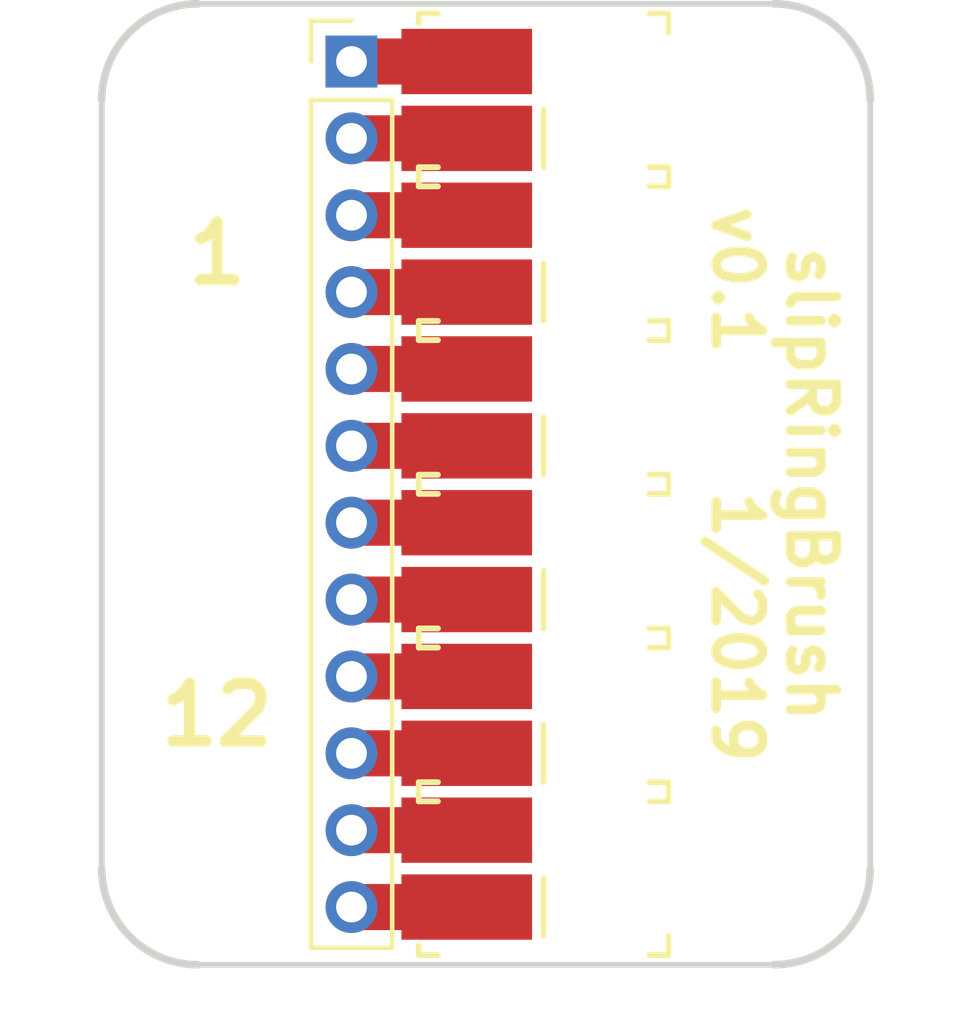
<source format=kicad_pcb>
(kicad_pcb (version 20171130) (host pcbnew 5.0.2-bee76a0~70~ubuntu18.04.1)

  (general
    (thickness 1.6)
    (drawings 11)
    (tracks 12)
    (zones 0)
    (modules 11)
    (nets 13)
  )

  (page A4)
  (layers
    (0 F.Cu signal)
    (31 B.Cu signal)
    (32 B.Adhes user)
    (33 F.Adhes user)
    (34 B.Paste user)
    (35 F.Paste user)
    (36 B.SilkS user)
    (37 F.SilkS user)
    (38 B.Mask user)
    (39 F.Mask user)
    (40 Dwgs.User user)
    (41 Cmts.User user)
    (42 Eco1.User user)
    (43 Eco2.User user)
    (44 Edge.Cuts user)
    (45 Margin user)
    (46 B.CrtYd user)
    (47 F.CrtYd user)
    (48 B.Fab user)
    (49 F.Fab user)
  )

  (setup
    (last_trace_width 1.2)
    (user_trace_width 1.2)
    (trace_clearance 0.2)
    (zone_clearance 0.508)
    (zone_45_only no)
    (trace_min 0.2)
    (segment_width 0.2)
    (edge_width 0.15)
    (via_size 0.8)
    (via_drill 0.4)
    (via_min_size 0.4)
    (via_min_drill 0.3)
    (uvia_size 0.3)
    (uvia_drill 0.1)
    (uvias_allowed no)
    (uvia_min_size 0.2)
    (uvia_min_drill 0.1)
    (pcb_text_width 0.3)
    (pcb_text_size 1.5 1.5)
    (mod_edge_width 0.15)
    (mod_text_size 1 1)
    (mod_text_width 0.15)
    (pad_size 1.524 1.524)
    (pad_drill 0.762)
    (pad_to_mask_clearance 0.051)
    (solder_mask_min_width 0.25)
    (aux_axis_origin 0 0)
    (visible_elements FFFFFF7F)
    (pcbplotparams
      (layerselection 0x010fc_ffffffff)
      (usegerberextensions false)
      (usegerberattributes false)
      (usegerberadvancedattributes false)
      (creategerberjobfile false)
      (excludeedgelayer true)
      (linewidth 0.100000)
      (plotframeref false)
      (viasonmask false)
      (mode 1)
      (useauxorigin false)
      (hpglpennumber 1)
      (hpglpenspeed 20)
      (hpglpendiameter 15.000000)
      (psnegative false)
      (psa4output false)
      (plotreference true)
      (plotvalue true)
      (plotinvisibletext false)
      (padsonsilk false)
      (subtractmaskfromsilk false)
      (outputformat 1)
      (mirror false)
      (drillshape 1)
      (scaleselection 1)
      (outputdirectory ""))
  )

  (net 0 "")
  (net 1 "Net-(J1-Pad11)")
  (net 2 "Net-(J1-Pad12)")
  (net 3 "Net-(J1-Pad10)")
  (net 4 "Net-(J1-Pad9)")
  (net 5 "Net-(J1-Pad7)")
  (net 6 "Net-(J1-Pad8)")
  (net 7 "Net-(J1-Pad6)")
  (net 8 "Net-(J1-Pad5)")
  (net 9 "Net-(J1-Pad3)")
  (net 10 "Net-(J1-Pad4)")
  (net 11 "Net-(J1-Pad2)")
  (net 12 "Net-(J1-Pad1)")

  (net_class Default "This is the default net class."
    (clearance 0.2)
    (trace_width 0.25)
    (via_dia 0.8)
    (via_drill 0.4)
    (uvia_dia 0.3)
    (uvia_drill 0.1)
    (add_net "Net-(J1-Pad1)")
    (add_net "Net-(J1-Pad10)")
    (add_net "Net-(J1-Pad11)")
    (add_net "Net-(J1-Pad12)")
    (add_net "Net-(J1-Pad2)")
    (add_net "Net-(J1-Pad3)")
    (add_net "Net-(J1-Pad4)")
    (add_net "Net-(J1-Pad5)")
    (add_net "Net-(J1-Pad6)")
    (add_net "Net-(J1-Pad7)")
    (add_net "Net-(J1-Pad8)")
    (add_net "Net-(J1-Pad9)")
  )

  (module Connector_PinHeader_2.00mm:PinHeader_1x12_P2.00mm_Vertical (layer F.Cu) (tedit 5C470FC4) (tstamp 5C490B90)
    (at 130 90)
    (descr "Through hole straight pin header, 1x12, 2.00mm pitch, single row")
    (tags "Through hole pin header THT 1x12 2.00mm single row")
    (path /5C470EF7)
    (fp_text reference J1 (at 0 -2.06) (layer F.SilkS) hide
      (effects (font (size 1 1) (thickness 0.15)))
    )
    (fp_text value Conn_01x12_Female (at 0 24.06) (layer F.Fab)
      (effects (font (size 1 1) (thickness 0.15)))
    )
    (fp_text user %R (at 0 11 90) (layer F.Fab)
      (effects (font (size 1 1) (thickness 0.15)))
    )
    (fp_line (start 1.5 -1.5) (end -1.5 -1.5) (layer F.CrtYd) (width 0.05))
    (fp_line (start 1.5 23.5) (end 1.5 -1.5) (layer F.CrtYd) (width 0.05))
    (fp_line (start -1.5 23.5) (end 1.5 23.5) (layer F.CrtYd) (width 0.05))
    (fp_line (start -1.5 -1.5) (end -1.5 23.5) (layer F.CrtYd) (width 0.05))
    (fp_line (start -1.06 -1.06) (end 0 -1.06) (layer F.SilkS) (width 0.12))
    (fp_line (start -1.06 0) (end -1.06 -1.06) (layer F.SilkS) (width 0.12))
    (fp_line (start -1.06 1) (end 1.06 1) (layer F.SilkS) (width 0.12))
    (fp_line (start 1.06 1) (end 1.06 23.06) (layer F.SilkS) (width 0.12))
    (fp_line (start -1.06 1) (end -1.06 23.06) (layer F.SilkS) (width 0.12))
    (fp_line (start -1.06 23.06) (end 1.06 23.06) (layer F.SilkS) (width 0.12))
    (fp_line (start -1 -0.5) (end -0.5 -1) (layer F.Fab) (width 0.1))
    (fp_line (start -1 23) (end -1 -0.5) (layer F.Fab) (width 0.1))
    (fp_line (start 1 23) (end -1 23) (layer F.Fab) (width 0.1))
    (fp_line (start 1 -1) (end 1 23) (layer F.Fab) (width 0.1))
    (fp_line (start -0.5 -1) (end 1 -1) (layer F.Fab) (width 0.1))
    (pad 12 thru_hole oval (at 0 22) (size 1.35 1.35) (drill 0.8) (layers *.Cu *.Mask)
      (net 2 "Net-(J1-Pad12)"))
    (pad 11 thru_hole oval (at 0 20) (size 1.35 1.35) (drill 0.8) (layers *.Cu *.Mask)
      (net 1 "Net-(J1-Pad11)"))
    (pad 10 thru_hole oval (at 0 18) (size 1.35 1.35) (drill 0.8) (layers *.Cu *.Mask)
      (net 3 "Net-(J1-Pad10)"))
    (pad 9 thru_hole oval (at 0 16) (size 1.35 1.35) (drill 0.8) (layers *.Cu *.Mask)
      (net 4 "Net-(J1-Pad9)"))
    (pad 8 thru_hole oval (at 0 14) (size 1.35 1.35) (drill 0.8) (layers *.Cu *.Mask)
      (net 6 "Net-(J1-Pad8)"))
    (pad 7 thru_hole oval (at 0 12) (size 1.35 1.35) (drill 0.8) (layers *.Cu *.Mask)
      (net 5 "Net-(J1-Pad7)"))
    (pad 6 thru_hole oval (at 0 10) (size 1.35 1.35) (drill 0.8) (layers *.Cu *.Mask)
      (net 7 "Net-(J1-Pad6)"))
    (pad 5 thru_hole oval (at 0 8) (size 1.35 1.35) (drill 0.8) (layers *.Cu *.Mask)
      (net 8 "Net-(J1-Pad5)"))
    (pad 4 thru_hole oval (at 0 6) (size 1.35 1.35) (drill 0.8) (layers *.Cu *.Mask)
      (net 10 "Net-(J1-Pad4)"))
    (pad 3 thru_hole oval (at 0 4) (size 1.35 1.35) (drill 0.8) (layers *.Cu *.Mask)
      (net 9 "Net-(J1-Pad3)"))
    (pad 2 thru_hole oval (at 0 2) (size 1.35 1.35) (drill 0.8) (layers *.Cu *.Mask)
      (net 11 "Net-(J1-Pad2)"))
    (pad 1 thru_hole rect (at 0 0) (size 1.35 1.35) (drill 0.8) (layers *.Cu *.Mask)
      (net 12 "Net-(J1-Pad1)"))
    (model ${KISYS3DMOD}/Connector_PinHeader_2.00mm.3dshapes/PinHeader_1x12_P2.00mm_Vertical.wrl
      (at (xyz 0 0 0))
      (scale (xyz 1 1 1))
      (rotate (xyz 0 0 0))
    )
  )

  (module MountingHole:MountingHole_2.2mm_M2 (layer F.Cu) (tedit 5C470FD2) (tstamp 5C490B70)
    (at 141 111)
    (descr "Mounting Hole 2.2mm, no annular, M2")
    (tags "mounting hole 2.2mm no annular m2")
    (path /5C4711BD)
    (attr virtual)
    (fp_text reference H4 (at 0 -3.2) (layer F.SilkS) hide
      (effects (font (size 1 1) (thickness 0.15)))
    )
    (fp_text value MountingHole (at 0 3.2) (layer F.Fab)
      (effects (font (size 1 1) (thickness 0.15)))
    )
    (fp_circle (center 0 0) (end 2.45 0) (layer F.CrtYd) (width 0.05))
    (fp_circle (center 0 0) (end 2.2 0) (layer Cmts.User) (width 0.15))
    (fp_text user %R (at 0.3 0) (layer F.Fab)
      (effects (font (size 1 1) (thickness 0.15)))
    )
    (pad 1 np_thru_hole circle (at 0 0) (size 2.2 2.2) (drill 2.2) (layers *.Cu *.Mask))
  )

  (module MountingHole:MountingHole_2.2mm_M2 (layer F.Cu) (tedit 5C470FC0) (tstamp 5C490B68)
    (at 141 91)
    (descr "Mounting Hole 2.2mm, no annular, M2")
    (tags "mounting hole 2.2mm no annular m2")
    (path /5C47116B)
    (attr virtual)
    (fp_text reference H3 (at 0 -3.2) (layer F.SilkS) hide
      (effects (font (size 1 1) (thickness 0.15)))
    )
    (fp_text value MountingHole (at 0 3.2) (layer F.Fab)
      (effects (font (size 1 1) (thickness 0.15)))
    )
    (fp_circle (center 0 0) (end 2.45 0) (layer F.CrtYd) (width 0.05))
    (fp_circle (center 0 0) (end 2.2 0) (layer Cmts.User) (width 0.15))
    (fp_text user %R (at 0.3 0) (layer F.Fab)
      (effects (font (size 1 1) (thickness 0.15)))
    )
    (pad 1 np_thru_hole circle (at 0 0) (size 2.2 2.2) (drill 2.2) (layers *.Cu *.Mask))
  )

  (module MountingHole:MountingHole_2.2mm_M2 (layer F.Cu) (tedit 5C470FCD) (tstamp 5C490B60)
    (at 126 111)
    (descr "Mounting Hole 2.2mm, no annular, M2")
    (tags "mounting hole 2.2mm no annular m2")
    (path /5C471145)
    (attr virtual)
    (fp_text reference H2 (at 0 -3.2) (layer F.SilkS) hide
      (effects (font (size 1 1) (thickness 0.15)))
    )
    (fp_text value MountingHole (at 0 3.2) (layer F.Fab)
      (effects (font (size 1 1) (thickness 0.15)))
    )
    (fp_circle (center 0 0) (end 2.45 0) (layer F.CrtYd) (width 0.05))
    (fp_circle (center 0 0) (end 2.2 0) (layer Cmts.User) (width 0.15))
    (fp_text user %R (at 0.3 0) (layer F.Fab)
      (effects (font (size 1 1) (thickness 0.15)))
    )
    (pad 1 np_thru_hole circle (at 0 0) (size 2.2 2.2) (drill 2.2) (layers *.Cu *.Mask))
  )

  (module MountingHole:MountingHole_2.2mm_M2 (layer F.Cu) (tedit 5C470FC8) (tstamp 5C490B58)
    (at 126 91)
    (descr "Mounting Hole 2.2mm, no annular, M2")
    (tags "mounting hole 2.2mm no annular m2")
    (path /5C4710E7)
    (attr virtual)
    (fp_text reference H1 (at 0 -3.2) (layer F.SilkS) hide
      (effects (font (size 1 1) (thickness 0.15)))
    )
    (fp_text value MountingHole (at 0 3.2) (layer F.Fab)
      (effects (font (size 1 1) (thickness 0.15)))
    )
    (fp_circle (center 0 0) (end 2.45 0) (layer F.CrtYd) (width 0.05))
    (fp_circle (center 0 0) (end 2.2 0) (layer Cmts.User) (width 0.15))
    (fp_text user %R (at 0.3 0) (layer F.Fab)
      (effects (font (size 1 1) (thickness 0.15)))
    )
    (pad 1 np_thru_hole circle (at 0 0) (size 2.2 2.2) (drill 2.2) (layers *.Cu *.Mask))
  )

  (module rofi:BC-12-2P170 (layer F.Cu) (tedit 5C470FB0) (tstamp 5C490B50)
    (at 135 91 180)
    (path /5C470E10)
    (fp_text reference J7 (at 0 3 180) (layer F.SilkS) hide
      (effects (font (size 1 1) (thickness 0.15)))
    )
    (fp_text value Conn_01x02_Male (at 0 -3 180) (layer F.Fab)
      (effects (font (size 1 1) (thickness 0.15)))
    )
    (fp_line (start 3.25 2.25) (end 3.25 2) (layer F.SilkS) (width 0.15))
    (fp_line (start 2.75 2.25) (end 3.25 2.25) (layer F.SilkS) (width 0.15))
    (fp_line (start 3.25 -2.25) (end 3.25 -2) (layer F.SilkS) (width 0.15))
    (fp_line (start 2.75 -2.25) (end 3.25 -2.25) (layer F.SilkS) (width 0.15))
    (fp_line (start -3.25 2.25) (end -2.75 2.25) (layer F.SilkS) (width 0.15))
    (fp_line (start -3.25 1.75) (end -3.25 2.25) (layer F.SilkS) (width 0.15))
    (fp_line (start -3.25 -2.25) (end -3.25 -1.75) (layer F.SilkS) (width 0.15))
    (fp_line (start -2.75 -2.25) (end -3.25 -2.25) (layer F.SilkS) (width 0.15))
    (fp_line (start 0 -0.25) (end 0 -1.75) (layer F.SilkS) (width 0.15))
    (fp_line (start -3 2) (end 3 2) (layer F.Fab) (width 0.15))
    (fp_line (start 3 -2) (end 3 2) (layer F.Fab) (width 0.15))
    (fp_line (start -3 -2) (end 3 -2) (layer F.Fab) (width 0.15))
    (fp_line (start -3 2) (end -3 -2) (layer F.Fab) (width 0.15))
    (pad 2 smd rect (at 2 1 180) (size 3.4 1.7) (layers F.Cu F.Paste F.Mask)
      (net 12 "Net-(J1-Pad1)"))
    (pad 1 smd rect (at 2 -1 180) (size 3.4 1.7) (layers F.Cu F.Paste F.Mask)
      (net 11 "Net-(J1-Pad2)"))
  )

  (module rofi:BC-12-2P170 (layer F.Cu) (tedit 5C470FB3) (tstamp 5C490B42)
    (at 135 95 180)
    (path /5C470DEE)
    (fp_text reference J6 (at 0 3 180) (layer F.SilkS) hide
      (effects (font (size 1 1) (thickness 0.15)))
    )
    (fp_text value Conn_01x02_Male (at 0 -3 180) (layer F.Fab)
      (effects (font (size 1 1) (thickness 0.15)))
    )
    (fp_line (start 3.25 2.25) (end 3.25 2) (layer F.SilkS) (width 0.15))
    (fp_line (start 2.75 2.25) (end 3.25 2.25) (layer F.SilkS) (width 0.15))
    (fp_line (start 3.25 -2.25) (end 3.25 -2) (layer F.SilkS) (width 0.15))
    (fp_line (start 2.75 -2.25) (end 3.25 -2.25) (layer F.SilkS) (width 0.15))
    (fp_line (start -3.25 2.25) (end -2.75 2.25) (layer F.SilkS) (width 0.15))
    (fp_line (start -3.25 1.75) (end -3.25 2.25) (layer F.SilkS) (width 0.15))
    (fp_line (start -3.25 -2.25) (end -3.25 -1.75) (layer F.SilkS) (width 0.15))
    (fp_line (start -2.75 -2.25) (end -3.25 -2.25) (layer F.SilkS) (width 0.15))
    (fp_line (start 0 -0.25) (end 0 -1.75) (layer F.SilkS) (width 0.15))
    (fp_line (start -3 2) (end 3 2) (layer F.Fab) (width 0.15))
    (fp_line (start 3 -2) (end 3 2) (layer F.Fab) (width 0.15))
    (fp_line (start -3 -2) (end 3 -2) (layer F.Fab) (width 0.15))
    (fp_line (start -3 2) (end -3 -2) (layer F.Fab) (width 0.15))
    (pad 2 smd rect (at 2 1 180) (size 3.4 1.7) (layers F.Cu F.Paste F.Mask)
      (net 9 "Net-(J1-Pad3)"))
    (pad 1 smd rect (at 2 -1 180) (size 3.4 1.7) (layers F.Cu F.Paste F.Mask)
      (net 10 "Net-(J1-Pad4)"))
  )

  (module rofi:BC-12-2P170 (layer F.Cu) (tedit 5C470FB6) (tstamp 5C490B34)
    (at 135 99 180)
    (path /5C470DCA)
    (fp_text reference J5 (at 0 3 180) (layer F.SilkS) hide
      (effects (font (size 1 1) (thickness 0.15)))
    )
    (fp_text value Conn_01x02_Male (at 0 -3 180) (layer F.Fab)
      (effects (font (size 1 1) (thickness 0.15)))
    )
    (fp_line (start 3.25 2.25) (end 3.25 2) (layer F.SilkS) (width 0.15))
    (fp_line (start 2.75 2.25) (end 3.25 2.25) (layer F.SilkS) (width 0.15))
    (fp_line (start 3.25 -2.25) (end 3.25 -2) (layer F.SilkS) (width 0.15))
    (fp_line (start 2.75 -2.25) (end 3.25 -2.25) (layer F.SilkS) (width 0.15))
    (fp_line (start -3.25 2.25) (end -2.75 2.25) (layer F.SilkS) (width 0.15))
    (fp_line (start -3.25 1.75) (end -3.25 2.25) (layer F.SilkS) (width 0.15))
    (fp_line (start -3.25 -2.25) (end -3.25 -1.75) (layer F.SilkS) (width 0.15))
    (fp_line (start -2.75 -2.25) (end -3.25 -2.25) (layer F.SilkS) (width 0.15))
    (fp_line (start 0 -0.25) (end 0 -1.75) (layer F.SilkS) (width 0.15))
    (fp_line (start -3 2) (end 3 2) (layer F.Fab) (width 0.15))
    (fp_line (start 3 -2) (end 3 2) (layer F.Fab) (width 0.15))
    (fp_line (start -3 -2) (end 3 -2) (layer F.Fab) (width 0.15))
    (fp_line (start -3 2) (end -3 -2) (layer F.Fab) (width 0.15))
    (pad 2 smd rect (at 2 1 180) (size 3.4 1.7) (layers F.Cu F.Paste F.Mask)
      (net 8 "Net-(J1-Pad5)"))
    (pad 1 smd rect (at 2 -1 180) (size 3.4 1.7) (layers F.Cu F.Paste F.Mask)
      (net 7 "Net-(J1-Pad6)"))
  )

  (module rofi:BC-12-2P170 (layer F.Cu) (tedit 5C470FB9) (tstamp 5C490B26)
    (at 135 103 180)
    (path /5C470DB0)
    (fp_text reference J4 (at 0 3 180) (layer F.SilkS) hide
      (effects (font (size 1 1) (thickness 0.15)))
    )
    (fp_text value Conn_01x02_Male (at 0 -3 180) (layer F.Fab)
      (effects (font (size 1 1) (thickness 0.15)))
    )
    (fp_line (start 3.25 2.25) (end 3.25 2) (layer F.SilkS) (width 0.15))
    (fp_line (start 2.75 2.25) (end 3.25 2.25) (layer F.SilkS) (width 0.15))
    (fp_line (start 3.25 -2.25) (end 3.25 -2) (layer F.SilkS) (width 0.15))
    (fp_line (start 2.75 -2.25) (end 3.25 -2.25) (layer F.SilkS) (width 0.15))
    (fp_line (start -3.25 2.25) (end -2.75 2.25) (layer F.SilkS) (width 0.15))
    (fp_line (start -3.25 1.75) (end -3.25 2.25) (layer F.SilkS) (width 0.15))
    (fp_line (start -3.25 -2.25) (end -3.25 -1.75) (layer F.SilkS) (width 0.15))
    (fp_line (start -2.75 -2.25) (end -3.25 -2.25) (layer F.SilkS) (width 0.15))
    (fp_line (start 0 -0.25) (end 0 -1.75) (layer F.SilkS) (width 0.15))
    (fp_line (start -3 2) (end 3 2) (layer F.Fab) (width 0.15))
    (fp_line (start 3 -2) (end 3 2) (layer F.Fab) (width 0.15))
    (fp_line (start -3 -2) (end 3 -2) (layer F.Fab) (width 0.15))
    (fp_line (start -3 2) (end -3 -2) (layer F.Fab) (width 0.15))
    (pad 2 smd rect (at 2 1 180) (size 3.4 1.7) (layers F.Cu F.Paste F.Mask)
      (net 5 "Net-(J1-Pad7)"))
    (pad 1 smd rect (at 2 -1 180) (size 3.4 1.7) (layers F.Cu F.Paste F.Mask)
      (net 6 "Net-(J1-Pad8)"))
  )

  (module rofi:BC-12-2P170 (layer F.Cu) (tedit 5C470FBC) (tstamp 5C490B18)
    (at 135 107 180)
    (path /5C470D88)
    (fp_text reference J3 (at 0 3 180) (layer F.SilkS) hide
      (effects (font (size 1 1) (thickness 0.15)))
    )
    (fp_text value Conn_01x02_Male (at 0 -3 180) (layer F.Fab)
      (effects (font (size 1 1) (thickness 0.15)))
    )
    (fp_line (start 3.25 2.25) (end 3.25 2) (layer F.SilkS) (width 0.15))
    (fp_line (start 2.75 2.25) (end 3.25 2.25) (layer F.SilkS) (width 0.15))
    (fp_line (start 3.25 -2.25) (end 3.25 -2) (layer F.SilkS) (width 0.15))
    (fp_line (start 2.75 -2.25) (end 3.25 -2.25) (layer F.SilkS) (width 0.15))
    (fp_line (start -3.25 2.25) (end -2.75 2.25) (layer F.SilkS) (width 0.15))
    (fp_line (start -3.25 1.75) (end -3.25 2.25) (layer F.SilkS) (width 0.15))
    (fp_line (start -3.25 -2.25) (end -3.25 -1.75) (layer F.SilkS) (width 0.15))
    (fp_line (start -2.75 -2.25) (end -3.25 -2.25) (layer F.SilkS) (width 0.15))
    (fp_line (start 0 -0.25) (end 0 -1.75) (layer F.SilkS) (width 0.15))
    (fp_line (start -3 2) (end 3 2) (layer F.Fab) (width 0.15))
    (fp_line (start 3 -2) (end 3 2) (layer F.Fab) (width 0.15))
    (fp_line (start -3 -2) (end 3 -2) (layer F.Fab) (width 0.15))
    (fp_line (start -3 2) (end -3 -2) (layer F.Fab) (width 0.15))
    (pad 2 smd rect (at 2 1 180) (size 3.4 1.7) (layers F.Cu F.Paste F.Mask)
      (net 4 "Net-(J1-Pad9)"))
    (pad 1 smd rect (at 2 -1 180) (size 3.4 1.7) (layers F.Cu F.Paste F.Mask)
      (net 3 "Net-(J1-Pad10)"))
  )

  (module rofi:BC-12-2P170 (layer F.Cu) (tedit 5C470FD7) (tstamp 5C490B0A)
    (at 135 111 180)
    (path /5C470D16)
    (fp_text reference J2 (at 0 3 180) (layer F.SilkS) hide
      (effects (font (size 1 1) (thickness 0.15)))
    )
    (fp_text value Conn_01x02_Male (at 0 -3 180) (layer F.Fab)
      (effects (font (size 1 1) (thickness 0.15)))
    )
    (fp_line (start 3.25 2.25) (end 3.25 2) (layer F.SilkS) (width 0.15))
    (fp_line (start 2.75 2.25) (end 3.25 2.25) (layer F.SilkS) (width 0.15))
    (fp_line (start 3.25 -2.25) (end 3.25 -2) (layer F.SilkS) (width 0.15))
    (fp_line (start 2.75 -2.25) (end 3.25 -2.25) (layer F.SilkS) (width 0.15))
    (fp_line (start -3.25 2.25) (end -2.75 2.25) (layer F.SilkS) (width 0.15))
    (fp_line (start -3.25 1.75) (end -3.25 2.25) (layer F.SilkS) (width 0.15))
    (fp_line (start -3.25 -2.25) (end -3.25 -1.75) (layer F.SilkS) (width 0.15))
    (fp_line (start -2.75 -2.25) (end -3.25 -2.25) (layer F.SilkS) (width 0.15))
    (fp_line (start 0 -0.25) (end 0 -1.75) (layer F.SilkS) (width 0.15))
    (fp_line (start -3 2) (end 3 2) (layer F.Fab) (width 0.15))
    (fp_line (start 3 -2) (end 3 2) (layer F.Fab) (width 0.15))
    (fp_line (start -3 -2) (end 3 -2) (layer F.Fab) (width 0.15))
    (fp_line (start -3 2) (end -3 -2) (layer F.Fab) (width 0.15))
    (pad 2 smd rect (at 2 1 180) (size 3.4 1.7) (layers F.Cu F.Paste F.Mask)
      (net 1 "Net-(J1-Pad11)"))
    (pad 1 smd rect (at 2 -1 180) (size 3.4 1.7) (layers F.Cu F.Paste F.Mask)
      (net 2 "Net-(J1-Pad12)"))
  )

  (gr_text "slipRingBrush\nv0.1    1/2019" (at 141 101 270) (layer F.SilkS)
    (effects (font (size 1.2 1.2) (thickness 0.25)))
  )
  (gr_text 12 (at 126.5 107) (layer F.SilkS)
    (effects (font (size 1.5 1.5) (thickness 0.3)))
  )
  (gr_text 1 (at 126.5 95) (layer F.SilkS)
    (effects (font (size 1.5 1.5) (thickness 0.3)))
  )
  (gr_line (start 126 113.5) (end 141 113.5) (layer Edge.Cuts) (width 0.15))
  (gr_line (start 123.5 91) (end 123.5 111) (layer Edge.Cuts) (width 0.15))
  (gr_line (start 141 88.5) (end 126 88.5) (layer Edge.Cuts) (width 0.15))
  (gr_line (start 143.5 111) (end 143.5 91) (layer Edge.Cuts) (width 0.15))
  (gr_arc (start 141 111) (end 141 113.5) (angle -90) (layer Edge.Cuts) (width 0.2))
  (gr_arc (start 126 111) (end 123.5 111) (angle -90) (layer Edge.Cuts) (width 0.2))
  (gr_arc (start 126 91) (end 126 88.5) (angle -90) (layer Edge.Cuts) (width 0.2))
  (gr_arc (start 141 91) (end 143.5 91) (angle -90) (layer Edge.Cuts) (width 0.2))

  (segment (start 133 110) (end 130 110) (width 1.2) (layer F.Cu) (net 1))
  (segment (start 133 112) (end 130 112) (width 1.2) (layer F.Cu) (net 2))
  (segment (start 133 108) (end 130 108) (width 1.2) (layer F.Cu) (net 3))
  (segment (start 133 106) (end 130 106) (width 1.2) (layer F.Cu) (net 4))
  (segment (start 133 102) (end 130 102) (width 1.2) (layer F.Cu) (net 5))
  (segment (start 133 104) (end 130 104) (width 1.2) (layer F.Cu) (net 6))
  (segment (start 133 100) (end 130 100) (width 1.2) (layer F.Cu) (net 7))
  (segment (start 133 98) (end 130 98) (width 1.2) (layer F.Cu) (net 8))
  (segment (start 133 94) (end 130 94) (width 1.2) (layer F.Cu) (net 9))
  (segment (start 133 96) (end 130 96) (width 1.2) (layer F.Cu) (net 10))
  (segment (start 133 92) (end 130 92) (width 1.2) (layer F.Cu) (net 11))
  (segment (start 133 90) (end 130 90) (width 1.2) (layer F.Cu) (net 12))

)

</source>
